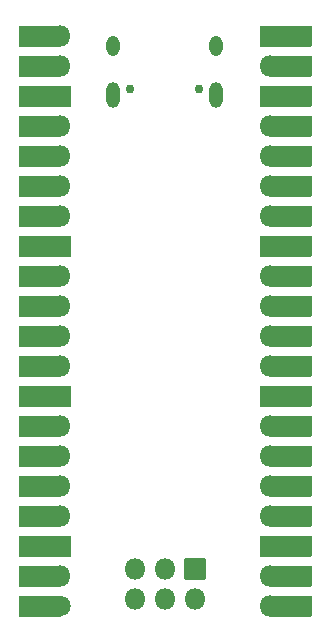
<source format=gbs>
G04 #@! TF.GenerationSoftware,KiCad,Pcbnew,(5.1.10)-1*
G04 #@! TF.CreationDate,2021-09-15T22:42:09+01:00*
G04 #@! TF.ProjectId,32u4-Pico,33327534-2d50-4696-936f-2e6b69636164,REV1*
G04 #@! TF.SameCoordinates,Original*
G04 #@! TF.FileFunction,Soldermask,Bot*
G04 #@! TF.FilePolarity,Negative*
%FSLAX46Y46*%
G04 Gerber Fmt 4.6, Leading zero omitted, Abs format (unit mm)*
G04 Created by KiCad (PCBNEW (5.1.10)-1) date 2021-09-15 22:42:09*
%MOMM*%
%LPD*%
G01*
G04 APERTURE LIST*
%ADD10O,1.802000X1.802000*%
%ADD11C,1.802000*%
%ADD12C,0.752000*%
%ADD13O,1.102000X2.202000*%
%ADD14O,1.102000X1.702000*%
G04 APERTURE END LIST*
D10*
X101110000Y-106365000D03*
X101110000Y-103825000D03*
X103650000Y-106365000D03*
X103650000Y-103825000D03*
X106190000Y-106365000D03*
G36*
G01*
X105340000Y-102924000D02*
X107040000Y-102924000D01*
G75*
G02*
X107091000Y-102975000I0J-51000D01*
G01*
X107091000Y-104675000D01*
G75*
G02*
X107040000Y-104726000I-51000J0D01*
G01*
X105340000Y-104726000D01*
G75*
G02*
X105289000Y-104675000I0J51000D01*
G01*
X105289000Y-102975000D01*
G75*
G02*
X105340000Y-102924000I51000J0D01*
G01*
G37*
X112550000Y-106985000D03*
X112550000Y-104445000D03*
G36*
G01*
X113451000Y-101055000D02*
X113451000Y-102755000D01*
G75*
G02*
X113400000Y-102806000I-51000J0D01*
G01*
X111700000Y-102806000D01*
G75*
G02*
X111649000Y-102755000I0J51000D01*
G01*
X111649000Y-101055000D01*
G75*
G02*
X111700000Y-101004000I51000J0D01*
G01*
X113400000Y-101004000D01*
G75*
G02*
X113451000Y-101055000I0J-51000D01*
G01*
G37*
X112550000Y-99365000D03*
X112550000Y-96825000D03*
X112550000Y-94285000D03*
X112550000Y-91745000D03*
G36*
G01*
X113451000Y-88355000D02*
X113451000Y-90055000D01*
G75*
G02*
X113400000Y-90106000I-51000J0D01*
G01*
X111700000Y-90106000D01*
G75*
G02*
X111649000Y-90055000I0J51000D01*
G01*
X111649000Y-88355000D01*
G75*
G02*
X111700000Y-88304000I51000J0D01*
G01*
X113400000Y-88304000D01*
G75*
G02*
X113451000Y-88355000I0J-51000D01*
G01*
G37*
X112550000Y-86665000D03*
X112550000Y-84125000D03*
X112550000Y-81585000D03*
X112550000Y-79045000D03*
G36*
G01*
X113451000Y-75655000D02*
X113451000Y-77355000D01*
G75*
G02*
X113400000Y-77406000I-51000J0D01*
G01*
X111700000Y-77406000D01*
G75*
G02*
X111649000Y-77355000I0J51000D01*
G01*
X111649000Y-75655000D01*
G75*
G02*
X111700000Y-75604000I51000J0D01*
G01*
X113400000Y-75604000D01*
G75*
G02*
X113451000Y-75655000I0J-51000D01*
G01*
G37*
X112550000Y-73965000D03*
X112550000Y-71425000D03*
X112550000Y-68885000D03*
X112550000Y-66345000D03*
G36*
G01*
X113451000Y-62955000D02*
X113451000Y-64655000D01*
G75*
G02*
X113400000Y-64706000I-51000J0D01*
G01*
X111700000Y-64706000D01*
G75*
G02*
X111649000Y-64655000I0J51000D01*
G01*
X111649000Y-62955000D01*
G75*
G02*
X111700000Y-62904000I51000J0D01*
G01*
X113400000Y-62904000D01*
G75*
G02*
X113451000Y-62955000I0J-51000D01*
G01*
G37*
X112550000Y-61265000D03*
G36*
G01*
X113451000Y-57875000D02*
X113451000Y-59575000D01*
G75*
G02*
X113400000Y-59626000I-51000J0D01*
G01*
X111700000Y-59626000D01*
G75*
G02*
X111649000Y-59575000I0J51000D01*
G01*
X111649000Y-57875000D01*
G75*
G02*
X111700000Y-57824000I51000J0D01*
G01*
X113400000Y-57824000D01*
G75*
G02*
X113451000Y-57875000I0J-51000D01*
G01*
G37*
G36*
G01*
X116051000Y-98515000D02*
X116051000Y-100215000D01*
G75*
G02*
X116000000Y-100266000I-51000J0D01*
G01*
X112500000Y-100266000D01*
G75*
G02*
X112449000Y-100215000I0J51000D01*
G01*
X112449000Y-98515000D01*
G75*
G02*
X112500000Y-98464000I51000J0D01*
G01*
X116000000Y-98464000D01*
G75*
G02*
X116051000Y-98515000I0J-51000D01*
G01*
G37*
G36*
G01*
X116051000Y-101055000D02*
X116051000Y-102755000D01*
G75*
G02*
X116000000Y-102806000I-51000J0D01*
G01*
X112500000Y-102806000D01*
G75*
G02*
X112449000Y-102755000I0J51000D01*
G01*
X112449000Y-101055000D01*
G75*
G02*
X112500000Y-101004000I51000J0D01*
G01*
X116000000Y-101004000D01*
G75*
G02*
X116051000Y-101055000I0J-51000D01*
G01*
G37*
G36*
G01*
X116051000Y-95975000D02*
X116051000Y-97675000D01*
G75*
G02*
X116000000Y-97726000I-51000J0D01*
G01*
X112500000Y-97726000D01*
G75*
G02*
X112449000Y-97675000I0J51000D01*
G01*
X112449000Y-95975000D01*
G75*
G02*
X112500000Y-95924000I51000J0D01*
G01*
X116000000Y-95924000D01*
G75*
G02*
X116051000Y-95975000I0J-51000D01*
G01*
G37*
G36*
G01*
X116051000Y-103595000D02*
X116051000Y-105295000D01*
G75*
G02*
X116000000Y-105346000I-51000J0D01*
G01*
X112500000Y-105346000D01*
G75*
G02*
X112449000Y-105295000I0J51000D01*
G01*
X112449000Y-103595000D01*
G75*
G02*
X112500000Y-103544000I51000J0D01*
G01*
X116000000Y-103544000D01*
G75*
G02*
X116051000Y-103595000I0J-51000D01*
G01*
G37*
G36*
G01*
X116051000Y-93435000D02*
X116051000Y-95135000D01*
G75*
G02*
X116000000Y-95186000I-51000J0D01*
G01*
X112500000Y-95186000D01*
G75*
G02*
X112449000Y-95135000I0J51000D01*
G01*
X112449000Y-93435000D01*
G75*
G02*
X112500000Y-93384000I51000J0D01*
G01*
X116000000Y-93384000D01*
G75*
G02*
X116051000Y-93435000I0J-51000D01*
G01*
G37*
G36*
G01*
X116051000Y-106135000D02*
X116051000Y-107835000D01*
G75*
G02*
X116000000Y-107886000I-51000J0D01*
G01*
X112500000Y-107886000D01*
G75*
G02*
X112449000Y-107835000I0J51000D01*
G01*
X112449000Y-106135000D01*
G75*
G02*
X112500000Y-106084000I51000J0D01*
G01*
X116000000Y-106084000D01*
G75*
G02*
X116051000Y-106135000I0J-51000D01*
G01*
G37*
G36*
G01*
X116051000Y-85815000D02*
X116051000Y-87515000D01*
G75*
G02*
X116000000Y-87566000I-51000J0D01*
G01*
X112500000Y-87566000D01*
G75*
G02*
X112449000Y-87515000I0J51000D01*
G01*
X112449000Y-85815000D01*
G75*
G02*
X112500000Y-85764000I51000J0D01*
G01*
X116000000Y-85764000D01*
G75*
G02*
X116051000Y-85815000I0J-51000D01*
G01*
G37*
G36*
G01*
X116051000Y-90895000D02*
X116051000Y-92595000D01*
G75*
G02*
X116000000Y-92646000I-51000J0D01*
G01*
X112500000Y-92646000D01*
G75*
G02*
X112449000Y-92595000I0J51000D01*
G01*
X112449000Y-90895000D01*
G75*
G02*
X112500000Y-90844000I51000J0D01*
G01*
X116000000Y-90844000D01*
G75*
G02*
X116051000Y-90895000I0J-51000D01*
G01*
G37*
G36*
G01*
X116051000Y-83275000D02*
X116051000Y-84975000D01*
G75*
G02*
X116000000Y-85026000I-51000J0D01*
G01*
X112500000Y-85026000D01*
G75*
G02*
X112449000Y-84975000I0J51000D01*
G01*
X112449000Y-83275000D01*
G75*
G02*
X112500000Y-83224000I51000J0D01*
G01*
X116000000Y-83224000D01*
G75*
G02*
X116051000Y-83275000I0J-51000D01*
G01*
G37*
G36*
G01*
X116051000Y-73115000D02*
X116051000Y-74815000D01*
G75*
G02*
X116000000Y-74866000I-51000J0D01*
G01*
X112500000Y-74866000D01*
G75*
G02*
X112449000Y-74815000I0J51000D01*
G01*
X112449000Y-73115000D01*
G75*
G02*
X112500000Y-73064000I51000J0D01*
G01*
X116000000Y-73064000D01*
G75*
G02*
X116051000Y-73115000I0J-51000D01*
G01*
G37*
G36*
G01*
X116051000Y-70575000D02*
X116051000Y-72275000D01*
G75*
G02*
X116000000Y-72326000I-51000J0D01*
G01*
X112500000Y-72326000D01*
G75*
G02*
X112449000Y-72275000I0J51000D01*
G01*
X112449000Y-70575000D01*
G75*
G02*
X112500000Y-70524000I51000J0D01*
G01*
X116000000Y-70524000D01*
G75*
G02*
X116051000Y-70575000I0J-51000D01*
G01*
G37*
G36*
G01*
X116051000Y-68035000D02*
X116051000Y-69735000D01*
G75*
G02*
X116000000Y-69786000I-51000J0D01*
G01*
X112500000Y-69786000D01*
G75*
G02*
X112449000Y-69735000I0J51000D01*
G01*
X112449000Y-68035000D01*
G75*
G02*
X112500000Y-67984000I51000J0D01*
G01*
X116000000Y-67984000D01*
G75*
G02*
X116051000Y-68035000I0J-51000D01*
G01*
G37*
G36*
G01*
X116051000Y-60415000D02*
X116051000Y-62115000D01*
G75*
G02*
X116000000Y-62166000I-51000J0D01*
G01*
X112500000Y-62166000D01*
G75*
G02*
X112449000Y-62115000I0J51000D01*
G01*
X112449000Y-60415000D01*
G75*
G02*
X112500000Y-60364000I51000J0D01*
G01*
X116000000Y-60364000D01*
G75*
G02*
X116051000Y-60415000I0J-51000D01*
G01*
G37*
G36*
G01*
X116051000Y-88355000D02*
X116051000Y-90055000D01*
G75*
G02*
X116000000Y-90106000I-51000J0D01*
G01*
X112500000Y-90106000D01*
G75*
G02*
X112449000Y-90055000I0J51000D01*
G01*
X112449000Y-88355000D01*
G75*
G02*
X112500000Y-88304000I51000J0D01*
G01*
X116000000Y-88304000D01*
G75*
G02*
X116051000Y-88355000I0J-51000D01*
G01*
G37*
G36*
G01*
X116051000Y-75655000D02*
X116051000Y-77355000D01*
G75*
G02*
X116000000Y-77406000I-51000J0D01*
G01*
X112500000Y-77406000D01*
G75*
G02*
X112449000Y-77355000I0J51000D01*
G01*
X112449000Y-75655000D01*
G75*
G02*
X112500000Y-75604000I51000J0D01*
G01*
X116000000Y-75604000D01*
G75*
G02*
X116051000Y-75655000I0J-51000D01*
G01*
G37*
G36*
G01*
X116051000Y-62955000D02*
X116051000Y-64655000D01*
G75*
G02*
X116000000Y-64706000I-51000J0D01*
G01*
X112500000Y-64706000D01*
G75*
G02*
X112449000Y-64655000I0J51000D01*
G01*
X112449000Y-62955000D01*
G75*
G02*
X112500000Y-62904000I51000J0D01*
G01*
X116000000Y-62904000D01*
G75*
G02*
X116051000Y-62955000I0J-51000D01*
G01*
G37*
G36*
G01*
X116051000Y-57875000D02*
X116051000Y-59575000D01*
G75*
G02*
X116000000Y-59626000I-51000J0D01*
G01*
X112500000Y-59626000D01*
G75*
G02*
X112449000Y-59575000I0J51000D01*
G01*
X112449000Y-57875000D01*
G75*
G02*
X112500000Y-57824000I51000J0D01*
G01*
X116000000Y-57824000D01*
G75*
G02*
X116051000Y-57875000I0J-51000D01*
G01*
G37*
G36*
G01*
X116051000Y-78195000D02*
X116051000Y-79895000D01*
G75*
G02*
X116000000Y-79946000I-51000J0D01*
G01*
X112500000Y-79946000D01*
G75*
G02*
X112449000Y-79895000I0J51000D01*
G01*
X112449000Y-78195000D01*
G75*
G02*
X112500000Y-78144000I51000J0D01*
G01*
X116000000Y-78144000D01*
G75*
G02*
X116051000Y-78195000I0J-51000D01*
G01*
G37*
G36*
G01*
X116051000Y-65495000D02*
X116051000Y-67195000D01*
G75*
G02*
X116000000Y-67246000I-51000J0D01*
G01*
X112500000Y-67246000D01*
G75*
G02*
X112449000Y-67195000I0J51000D01*
G01*
X112449000Y-65495000D01*
G75*
G02*
X112500000Y-65444000I51000J0D01*
G01*
X116000000Y-65444000D01*
G75*
G02*
X116051000Y-65495000I0J-51000D01*
G01*
G37*
G36*
G01*
X116051000Y-80735000D02*
X116051000Y-82435000D01*
G75*
G02*
X116000000Y-82486000I-51000J0D01*
G01*
X112500000Y-82486000D01*
G75*
G02*
X112449000Y-82435000I0J51000D01*
G01*
X112449000Y-80735000D01*
G75*
G02*
X112500000Y-80684000I51000J0D01*
G01*
X116000000Y-80684000D01*
G75*
G02*
X116051000Y-80735000I0J-51000D01*
G01*
G37*
X94750000Y-58725000D03*
X94750000Y-61265000D03*
G36*
G01*
X93849000Y-64655000D02*
X93849000Y-62955000D01*
G75*
G02*
X93900000Y-62904000I51000J0D01*
G01*
X95600000Y-62904000D01*
G75*
G02*
X95651000Y-62955000I0J-51000D01*
G01*
X95651000Y-64655000D01*
G75*
G02*
X95600000Y-64706000I-51000J0D01*
G01*
X93900000Y-64706000D01*
G75*
G02*
X93849000Y-64655000I0J51000D01*
G01*
G37*
X94750000Y-66345000D03*
X94750000Y-68885000D03*
X94750000Y-71425000D03*
X94750000Y-73965000D03*
G36*
G01*
X93849000Y-77355000D02*
X93849000Y-75655000D01*
G75*
G02*
X93900000Y-75604000I51000J0D01*
G01*
X95600000Y-75604000D01*
G75*
G02*
X95651000Y-75655000I0J-51000D01*
G01*
X95651000Y-77355000D01*
G75*
G02*
X95600000Y-77406000I-51000J0D01*
G01*
X93900000Y-77406000D01*
G75*
G02*
X93849000Y-77355000I0J51000D01*
G01*
G37*
X94750000Y-79045000D03*
X94750000Y-81585000D03*
X94750000Y-84125000D03*
X94750000Y-86665000D03*
G36*
G01*
X93849000Y-90055000D02*
X93849000Y-88355000D01*
G75*
G02*
X93900000Y-88304000I51000J0D01*
G01*
X95600000Y-88304000D01*
G75*
G02*
X95651000Y-88355000I0J-51000D01*
G01*
X95651000Y-90055000D01*
G75*
G02*
X95600000Y-90106000I-51000J0D01*
G01*
X93900000Y-90106000D01*
G75*
G02*
X93849000Y-90055000I0J51000D01*
G01*
G37*
X94750000Y-91745000D03*
X94750000Y-94285000D03*
X94750000Y-96825000D03*
X94750000Y-99365000D03*
G36*
G01*
X93849000Y-102755000D02*
X93849000Y-101055000D01*
G75*
G02*
X93900000Y-101004000I51000J0D01*
G01*
X95600000Y-101004000D01*
G75*
G02*
X95651000Y-101055000I0J-51000D01*
G01*
X95651000Y-102755000D01*
G75*
G02*
X95600000Y-102806000I-51000J0D01*
G01*
X93900000Y-102806000D01*
G75*
G02*
X93849000Y-102755000I0J51000D01*
G01*
G37*
X94750000Y-104445000D03*
D11*
X94750000Y-106985000D03*
G36*
G01*
X91249000Y-105295000D02*
X91249000Y-103595000D01*
G75*
G02*
X91300000Y-103544000I51000J0D01*
G01*
X94800000Y-103544000D01*
G75*
G02*
X94851000Y-103595000I0J-51000D01*
G01*
X94851000Y-105295000D01*
G75*
G02*
X94800000Y-105346000I-51000J0D01*
G01*
X91300000Y-105346000D01*
G75*
G02*
X91249000Y-105295000I0J51000D01*
G01*
G37*
G36*
G01*
X91249000Y-74815000D02*
X91249000Y-73115000D01*
G75*
G02*
X91300000Y-73064000I51000J0D01*
G01*
X94800000Y-73064000D01*
G75*
G02*
X94851000Y-73115000I0J-51000D01*
G01*
X94851000Y-74815000D01*
G75*
G02*
X94800000Y-74866000I-51000J0D01*
G01*
X91300000Y-74866000D01*
G75*
G02*
X91249000Y-74815000I0J51000D01*
G01*
G37*
G36*
G01*
X91249000Y-100215000D02*
X91249000Y-98515000D01*
G75*
G02*
X91300000Y-98464000I51000J0D01*
G01*
X94800000Y-98464000D01*
G75*
G02*
X94851000Y-98515000I0J-51000D01*
G01*
X94851000Y-100215000D01*
G75*
G02*
X94800000Y-100266000I-51000J0D01*
G01*
X91300000Y-100266000D01*
G75*
G02*
X91249000Y-100215000I0J51000D01*
G01*
G37*
G36*
G01*
X91249000Y-95135000D02*
X91249000Y-93435000D01*
G75*
G02*
X91300000Y-93384000I51000J0D01*
G01*
X94800000Y-93384000D01*
G75*
G02*
X94851000Y-93435000I0J-51000D01*
G01*
X94851000Y-95135000D01*
G75*
G02*
X94800000Y-95186000I-51000J0D01*
G01*
X91300000Y-95186000D01*
G75*
G02*
X91249000Y-95135000I0J51000D01*
G01*
G37*
G36*
G01*
X91249000Y-90055000D02*
X91249000Y-88355000D01*
G75*
G02*
X91300000Y-88304000I51000J0D01*
G01*
X94800000Y-88304000D01*
G75*
G02*
X94851000Y-88355000I0J-51000D01*
G01*
X94851000Y-90055000D01*
G75*
G02*
X94800000Y-90106000I-51000J0D01*
G01*
X91300000Y-90106000D01*
G75*
G02*
X91249000Y-90055000I0J51000D01*
G01*
G37*
G36*
G01*
X91249000Y-87515000D02*
X91249000Y-85815000D01*
G75*
G02*
X91300000Y-85764000I51000J0D01*
G01*
X94800000Y-85764000D01*
G75*
G02*
X94851000Y-85815000I0J-51000D01*
G01*
X94851000Y-87515000D01*
G75*
G02*
X94800000Y-87566000I-51000J0D01*
G01*
X91300000Y-87566000D01*
G75*
G02*
X91249000Y-87515000I0J51000D01*
G01*
G37*
G36*
G01*
X91249000Y-72275000D02*
X91249000Y-70575000D01*
G75*
G02*
X91300000Y-70524000I51000J0D01*
G01*
X94800000Y-70524000D01*
G75*
G02*
X94851000Y-70575000I0J-51000D01*
G01*
X94851000Y-72275000D01*
G75*
G02*
X94800000Y-72326000I-51000J0D01*
G01*
X91300000Y-72326000D01*
G75*
G02*
X91249000Y-72275000I0J51000D01*
G01*
G37*
G36*
G01*
X91259000Y-79895000D02*
X91259000Y-78195000D01*
G75*
G02*
X91310000Y-78144000I51000J0D01*
G01*
X94810000Y-78144000D01*
G75*
G02*
X94861000Y-78195000I0J-51000D01*
G01*
X94861000Y-79895000D01*
G75*
G02*
X94810000Y-79946000I-51000J0D01*
G01*
X91310000Y-79946000D01*
G75*
G02*
X91259000Y-79895000I0J51000D01*
G01*
G37*
G36*
G01*
X91249000Y-69735000D02*
X91249000Y-68035000D01*
G75*
G02*
X91300000Y-67984000I51000J0D01*
G01*
X94800000Y-67984000D01*
G75*
G02*
X94851000Y-68035000I0J-51000D01*
G01*
X94851000Y-69735000D01*
G75*
G02*
X94800000Y-69786000I-51000J0D01*
G01*
X91300000Y-69786000D01*
G75*
G02*
X91249000Y-69735000I0J51000D01*
G01*
G37*
G36*
G01*
X91249000Y-62105000D02*
X91249000Y-60405000D01*
G75*
G02*
X91300000Y-60354000I51000J0D01*
G01*
X94800000Y-60354000D01*
G75*
G02*
X94851000Y-60405000I0J-51000D01*
G01*
X94851000Y-62105000D01*
G75*
G02*
X94800000Y-62156000I-51000J0D01*
G01*
X91300000Y-62156000D01*
G75*
G02*
X91249000Y-62105000I0J51000D01*
G01*
G37*
G36*
G01*
X91249000Y-67185000D02*
X91249000Y-65485000D01*
G75*
G02*
X91300000Y-65434000I51000J0D01*
G01*
X94800000Y-65434000D01*
G75*
G02*
X94851000Y-65485000I0J-51000D01*
G01*
X94851000Y-67185000D01*
G75*
G02*
X94800000Y-67236000I-51000J0D01*
G01*
X91300000Y-67236000D01*
G75*
G02*
X91249000Y-67185000I0J51000D01*
G01*
G37*
G36*
G01*
X91239000Y-92595000D02*
X91239000Y-90895000D01*
G75*
G02*
X91290000Y-90844000I51000J0D01*
G01*
X94790000Y-90844000D01*
G75*
G02*
X94841000Y-90895000I0J-51000D01*
G01*
X94841000Y-92595000D01*
G75*
G02*
X94790000Y-92646000I-51000J0D01*
G01*
X91290000Y-92646000D01*
G75*
G02*
X91239000Y-92595000I0J51000D01*
G01*
G37*
G36*
G01*
X91249000Y-97675000D02*
X91249000Y-95975000D01*
G75*
G02*
X91300000Y-95924000I51000J0D01*
G01*
X94800000Y-95924000D01*
G75*
G02*
X94851000Y-95975000I0J-51000D01*
G01*
X94851000Y-97675000D01*
G75*
G02*
X94800000Y-97726000I-51000J0D01*
G01*
X91300000Y-97726000D01*
G75*
G02*
X91249000Y-97675000I0J51000D01*
G01*
G37*
G36*
G01*
X91249000Y-82435000D02*
X91249000Y-80735000D01*
G75*
G02*
X91300000Y-80684000I51000J0D01*
G01*
X94800000Y-80684000D01*
G75*
G02*
X94851000Y-80735000I0J-51000D01*
G01*
X94851000Y-82435000D01*
G75*
G02*
X94800000Y-82486000I-51000J0D01*
G01*
X91300000Y-82486000D01*
G75*
G02*
X91249000Y-82435000I0J51000D01*
G01*
G37*
G36*
G01*
X91249000Y-77355000D02*
X91249000Y-75655000D01*
G75*
G02*
X91300000Y-75604000I51000J0D01*
G01*
X94800000Y-75604000D01*
G75*
G02*
X94851000Y-75655000I0J-51000D01*
G01*
X94851000Y-77355000D01*
G75*
G02*
X94800000Y-77406000I-51000J0D01*
G01*
X91300000Y-77406000D01*
G75*
G02*
X91249000Y-77355000I0J51000D01*
G01*
G37*
G36*
G01*
X91249000Y-107835000D02*
X91249000Y-106135000D01*
G75*
G02*
X91300000Y-106084000I51000J0D01*
G01*
X94800000Y-106084000D01*
G75*
G02*
X94851000Y-106135000I0J-51000D01*
G01*
X94851000Y-107835000D01*
G75*
G02*
X94800000Y-107886000I-51000J0D01*
G01*
X91300000Y-107886000D01*
G75*
G02*
X91249000Y-107835000I0J51000D01*
G01*
G37*
G36*
G01*
X91249000Y-84975000D02*
X91249000Y-83275000D01*
G75*
G02*
X91300000Y-83224000I51000J0D01*
G01*
X94800000Y-83224000D01*
G75*
G02*
X94851000Y-83275000I0J-51000D01*
G01*
X94851000Y-84975000D01*
G75*
G02*
X94800000Y-85026000I-51000J0D01*
G01*
X91300000Y-85026000D01*
G75*
G02*
X91249000Y-84975000I0J51000D01*
G01*
G37*
G36*
G01*
X91249000Y-64655000D02*
X91249000Y-62955000D01*
G75*
G02*
X91300000Y-62904000I51000J0D01*
G01*
X94800000Y-62904000D01*
G75*
G02*
X94851000Y-62955000I0J-51000D01*
G01*
X94851000Y-64655000D01*
G75*
G02*
X94800000Y-64706000I-51000J0D01*
G01*
X91300000Y-64706000D01*
G75*
G02*
X91249000Y-64655000I0J51000D01*
G01*
G37*
G36*
G01*
X91249000Y-102755000D02*
X91249000Y-101055000D01*
G75*
G02*
X91300000Y-101004000I51000J0D01*
G01*
X94800000Y-101004000D01*
G75*
G02*
X94851000Y-101055000I0J-51000D01*
G01*
X94851000Y-102755000D01*
G75*
G02*
X94800000Y-102806000I-51000J0D01*
G01*
X91300000Y-102806000D01*
G75*
G02*
X91249000Y-102755000I0J51000D01*
G01*
G37*
G36*
G01*
X91249000Y-59575000D02*
X91249000Y-57875000D01*
G75*
G02*
X91300000Y-57824000I51000J0D01*
G01*
X94800000Y-57824000D01*
G75*
G02*
X94851000Y-57875000I0J-51000D01*
G01*
X94851000Y-59575000D01*
G75*
G02*
X94800000Y-59626000I-51000J0D01*
G01*
X91300000Y-59626000D01*
G75*
G02*
X91249000Y-59575000I0J51000D01*
G01*
G37*
D12*
X100710000Y-63175000D03*
X106490000Y-63175000D03*
D13*
X107920000Y-63705000D03*
X99280000Y-63705000D03*
D14*
X107920000Y-59525000D03*
X99280000Y-59525000D03*
M02*

</source>
